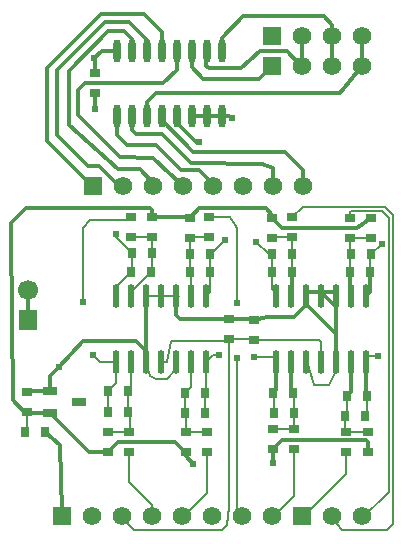
<source format=gtl>
G04 Layer: TopLayer*
G04 Panelize: , Column: 5, Row: 1, Board Size: 33mm x 44.75mm, Panelized Board Size: 173mm x 44.75mm*
G04 EasyEDA v6.5.51, 2025-08-29 13:19:12*
G04 ee4e1d7ef05e477ab0e75e15892c94f3,14c8f2514d444a3a831de9b613ea4171,10*
G04 Gerber Generator version 0.2*
G04 Scale: 100 percent, Rotated: No, Reflected: No *
G04 Dimensions in millimeters *
G04 leading zeros omitted , absolute positions ,4 integer and 5 decimal *
%FSLAX45Y45*%
%MOMM*%

%AMMACRO1*21,1,$1,$2,0,0,$3*%
%ADD10C,0.2000*%
%ADD11C,0.3000*%
%ADD12C,0.1270*%
%ADD13R,0.9000X0.7000*%
%ADD14R,0.7000X0.9000*%
%ADD15O,0.573989X2.037994*%
%ADD16O,0.602005X1.970989*%
%ADD17R,1.2500X0.7000*%
%ADD18MACRO1,1.5748X1.5748X0.0000*%
%ADD19C,0.0120*%
%ADD20C,1.5748*%
%ADD21MACRO1,1.7X1.5748X90.0000*%
%ADD22C,1.7000*%
%ADD23C,0.6200*%

%LPD*%
D10*
X1885007Y-1980003D02*
G01*
X1870014Y-1994997D01*
X1395003Y-1994997D01*
X1363068Y-2171928D01*
X1309992Y-2171928D01*
X2099995Y-1989988D02*
G01*
X2649992Y-1989988D01*
X2665003Y-2004999D01*
X2665003Y-2136917D01*
D11*
X2664990Y-1583090D02*
G01*
X2791990Y-1710090D01*
X2791990Y-2136912D01*
X2791990Y-1583090D02*
G01*
X2791990Y-2136912D01*
X2792003Y-1583098D02*
G01*
X2665003Y-1583098D01*
X2538003Y-1583098D02*
G01*
X2665003Y-1583098D01*
D10*
X2099995Y-1989988D02*
G01*
X2090003Y-1979996D01*
X1884994Y-1979996D01*
D11*
X449988Y-2214996D02*
G01*
X650001Y-1999995D01*
D10*
X1182992Y-1618089D02*
G01*
X1309992Y-1618089D01*
X1436992Y-1618089D02*
G01*
X1309992Y-1618089D01*
D11*
X175308Y-2429705D02*
G01*
X185005Y-2420007D01*
X370042Y-2420007D01*
X370042Y-2420007D02*
G01*
X370042Y-2294961D01*
X450006Y-2215001D01*
X1182992Y-1618089D02*
G01*
X1182992Y-2171915D01*
X2099995Y-1819986D02*
G01*
X2090008Y-1809998D01*
X1987041Y-1809998D01*
X1884994Y-1809998D01*
X1437482Y-1618101D02*
G01*
X1439999Y-1774997D01*
X1474998Y-1810004D01*
X1885007Y-1810004D01*
D12*
X3089981Y-1264996D02*
G01*
X3179973Y-1175004D01*
X3184982Y-1175004D01*
X2119985Y-1154988D02*
G01*
X2229993Y-1264996D01*
X2254981Y-1264996D01*
X3046003Y-2136917D02*
G01*
X3057933Y-2124986D01*
X3150008Y-2124986D01*
X2919984Y-1264996D02*
G01*
X2910001Y-1255013D01*
X2910001Y-1124991D01*
X3089986Y-1124991D02*
G01*
X3089986Y-1124991D01*
X2909999Y-1124991D01*
X3089986Y-1264996D02*
G01*
X3084984Y-1269997D01*
X3084984Y-1410004D01*
X2919984Y-1264996D02*
G01*
X2914985Y-1269994D01*
X2914985Y-1410004D01*
X2424993Y-1264996D02*
G01*
X2424993Y-1119987D01*
X2424988Y-1119987D01*
X2424993Y-1415008D02*
G01*
X2424993Y-1264996D01*
X2424988Y-1264996D01*
X2254981Y-1415008D02*
G01*
X2254981Y-1265001D01*
X2254986Y-1264996D01*
X2440000Y-2745003D02*
G01*
X2434996Y-2739999D01*
X2259992Y-2739999D01*
X2440000Y-2604998D02*
G01*
X2440000Y-2604998D01*
X2440000Y-2745003D01*
X2440000Y-2605001D02*
G01*
X2440000Y-2450007D01*
X2429992Y-2440000D01*
X2270000Y-2605001D02*
G01*
X2270000Y-2450010D01*
X2259990Y-2440000D01*
X3064992Y-2764993D02*
G01*
X3064990Y-2764990D01*
X2880009Y-2764990D01*
X2880009Y-2764990D02*
G01*
X2869996Y-2754977D01*
X2869996Y-2629992D01*
X2870001Y-2629992D02*
G01*
X2889986Y-2610007D01*
X2889986Y-2459989D01*
X3040001Y-2629992D02*
G01*
X3059988Y-2610002D01*
X3059988Y-2459989D01*
X1719986Y-1119987D02*
G01*
X1554987Y-1119987D01*
X1554987Y-1124991D01*
X1055992Y-1618089D02*
G01*
X1055992Y-1579003D01*
X1224991Y-1410004D01*
X1690992Y-1618089D02*
G01*
X1724990Y-1584091D01*
X1724990Y-1410004D01*
X1690992Y-2171928D02*
G01*
X1747918Y-2115009D01*
X1799983Y-2115009D01*
X1685008Y-2434970D02*
G01*
X1690992Y-2428974D01*
X1690992Y-2214928D01*
X1515008Y-2434963D02*
G01*
X1563992Y-2385969D01*
X1563992Y-2171915D01*
X1029947Y-2424800D02*
G01*
X1055992Y-2398750D01*
X1055992Y-2171915D01*
X859942Y-2424800D02*
G01*
X928992Y-2355745D01*
X928992Y-2171915D01*
X1515046Y-2609880D02*
G01*
X1520050Y-2614879D01*
X1520050Y-2764878D01*
X1705056Y-2764878D02*
G01*
X1520050Y-2764878D01*
X860059Y-2769877D02*
G01*
X1045047Y-2769877D01*
X1030058Y-2599877D02*
G01*
X1045047Y-2614879D01*
X1045047Y-2769877D01*
X1685051Y-2609880D02*
G01*
X1685051Y-2434877D01*
X1515046Y-2609880D02*
G01*
X1515046Y-2434877D01*
X860041Y-2599877D02*
G01*
X860059Y-2424882D01*
X1030058Y-2599877D02*
G01*
X1030058Y-2424882D01*
X1436992Y-1618101D02*
G01*
X1464990Y-1618101D01*
X1337990Y-1618101D02*
G01*
X1309992Y-1618101D01*
X1563992Y-1618101D02*
G01*
X1563992Y-1419009D01*
X1554987Y-1410004D01*
X928992Y-1618101D02*
G01*
X928992Y-1536001D01*
X1054988Y-1410004D01*
X1064996Y-1250010D02*
G01*
X929995Y-1115009D01*
X929995Y-1094996D01*
X1724992Y-1259992D02*
G01*
X1735023Y-1259992D01*
X1850009Y-1145006D01*
X1235001Y-1250007D02*
G01*
X1235001Y-1119990D01*
X1234998Y-1119987D01*
X1054988Y-1115009D02*
G01*
X1235001Y-1115009D01*
X1235001Y-1119987D01*
X1554987Y-1259992D02*
G01*
X1554987Y-1124991D01*
X1554987Y-1124991D01*
X1724992Y-1410004D02*
G01*
X1724992Y-1259994D01*
X1724990Y-1259992D01*
X1554987Y-1410004D02*
G01*
X1554987Y-1259992D01*
X1554987Y-1259992D01*
X1224991Y-1410004D02*
G01*
X1234998Y-1399997D01*
X1234998Y-1250010D01*
X1054986Y-1410004D02*
G01*
X1064996Y-1399994D01*
X1064996Y-1250010D01*
X734999Y-2115007D02*
G01*
X791921Y-2171928D01*
X928992Y-2171928D01*
X159994Y-2764993D02*
G01*
X175308Y-2749679D01*
X175308Y-2599710D01*
D11*
X1554987Y-954989D02*
G01*
X1549981Y-949982D01*
X1235001Y-949982D01*
X175308Y-2599710D02*
G01*
X185595Y-2609999D01*
X370042Y-2609999D01*
X370037Y-2609992D02*
G01*
X699871Y-2939826D01*
X860110Y-2939826D01*
X860059Y-2939882D02*
G01*
X950051Y-2849872D01*
X1430053Y-2849872D01*
X1515046Y-2934883D01*
X1520050Y-2934883D01*
X1584995Y-3034995D02*
G01*
X1519994Y-2969996D01*
X1519994Y-2935003D01*
X2259990Y-2910001D02*
G01*
X2260005Y-2910017D01*
X2260005Y-3029991D01*
X185000Y-1562999D02*
G01*
X185000Y-1816999D01*
X649986Y-1999995D02*
G01*
X1099997Y-1999995D01*
X1183131Y-2081784D01*
X1183131Y-2171700D01*
X2260091Y-2910078D02*
G01*
X2335022Y-2834894D01*
X3045206Y-2834894D01*
X3065018Y-2854960D01*
X3065018Y-2934970D01*
D10*
X2537968Y-2137155D02*
G01*
X2609994Y-2369995D01*
X2734995Y-2369995D01*
X2791968Y-2252979D01*
X2791968Y-2137155D01*
D11*
X3059993Y-2459995D02*
G01*
X3045995Y-2445997D01*
X3045995Y-2171910D01*
X2889991Y-2459995D02*
G01*
X2918995Y-2430990D01*
X2918995Y-2171910D01*
D12*
X2284003Y-2136917D02*
G01*
X2094991Y-2134994D01*
D11*
X2259998Y-2439995D02*
G01*
X2283995Y-2415997D01*
X2283995Y-2171910D01*
X2430000Y-2439995D02*
G01*
X2410995Y-2420990D01*
X2410995Y-2171910D01*
D12*
X2284003Y-1583098D02*
G01*
X2254986Y-1554081D01*
X2254986Y-1415008D01*
D11*
X2918990Y-1618089D02*
G01*
X2914980Y-1614078D01*
X2914980Y-1410004D01*
X3045990Y-1618089D02*
G01*
X3084982Y-1579097D01*
X3084982Y-1410004D01*
X2099995Y-1819986D02*
G01*
X2209995Y-1794997D01*
X2435001Y-1795779D01*
X2538003Y-1692003D01*
X2538003Y-1583098D01*
X2792003Y-2136917D02*
G01*
X2792003Y-1936998D01*
X2538003Y-1682998D01*
X2538003Y-1583098D01*
D12*
X1236085Y-3500084D02*
G01*
X1236085Y-3385919D01*
X1045022Y-3194860D01*
X1045022Y-2939709D01*
X1490085Y-3500084D02*
G01*
X1705168Y-3285007D01*
X1705168Y-2934883D01*
X2252080Y-3500084D02*
G01*
X2440000Y-3312157D01*
X2439995Y-2914997D01*
X2505963Y-3500120D02*
G01*
X2880106Y-3125978D01*
X2880106Y-2934970D01*
X1998080Y-3500084D02*
G01*
X1954870Y-3500084D01*
X1954870Y-2141712D01*
X981963Y-3499865D02*
G01*
X1082039Y-3599942D01*
X1824989Y-3599942D01*
X1869947Y-3554984D01*
X1884934Y-3399789D01*
X1884934Y-1980184D01*
D11*
X329920Y-2765044D02*
G01*
X459999Y-2879994D01*
X473989Y-3433983D01*
X473989Y-3479987D01*
D12*
X2424993Y-1119987D02*
G01*
X2259990Y-1119987D01*
X2254986Y-1124991D01*
D11*
X2255011Y-955039D02*
G01*
X2340102Y-1039876D01*
X2970022Y-1039876D01*
X3089909Y-955039D01*
X175260Y-2599689D02*
G01*
X154686Y-2599689D01*
X55118Y-2500121D01*
X44957Y-1094994D01*
X44957Y-994918D01*
X169926Y-869950D01*
X1214881Y-869950D01*
X1234947Y-890015D01*
X1234947Y-949960D01*
D12*
X2910077Y-955039D02*
G01*
X2910077Y-905002D01*
X2919984Y-895095D01*
X3180079Y-895095D01*
X3245104Y-960120D01*
X3240024Y-3274060D01*
X3013963Y-3500120D01*
D11*
X1824502Y-88552D02*
G01*
X1697502Y-88552D01*
X1570502Y-88552D02*
G01*
X1697502Y-88552D01*
X1910003Y-109989D02*
G01*
X1888561Y-88552D01*
X1824502Y-88552D01*
X745002Y395003D02*
G01*
X755004Y385008D01*
X755004Y275003D01*
X754974Y-34917D02*
G01*
X755004Y105006D01*
X935502Y458563D02*
G01*
X808558Y458563D01*
X745002Y395003D01*
X1443502Y-88447D02*
G01*
X1443502Y-148394D01*
X1610118Y-315010D01*
X1629994Y-315010D01*
X1254998Y-454990D02*
G01*
X1496006Y-684992D01*
X1443484Y458665D02*
G01*
X1443484Y298394D01*
X1329946Y185105D01*
X664969Y185105D01*
X610107Y129989D01*
X610107Y-84891D01*
X964945Y-439983D01*
X1244996Y-444995D01*
X734006Y-684992D02*
G01*
X729995Y-684992D01*
X344995Y-299994D01*
X350037Y314901D01*
X805141Y770001D01*
X1164927Y770001D01*
X1320055Y614878D01*
X1316502Y611573D01*
X1316502Y458665D01*
X1750006Y-684992D02*
G01*
X1750006Y-665007D01*
X1634995Y-549993D01*
X1484906Y-549993D01*
X1270000Y-335084D01*
X1020061Y-335084D01*
X935484Y-250502D01*
X935484Y-88445D01*
X1316502Y-88552D02*
G01*
X1316502Y-126489D01*
X1585000Y-394995D01*
X2359992Y-394995D01*
X2512006Y-547011D01*
X2512006Y-684992D01*
X988006Y-684992D02*
G01*
X954999Y-684992D01*
X784999Y-514995D01*
X695002Y-514995D01*
X435005Y-254998D01*
X435005Y300007D01*
X834999Y700008D01*
X1039992Y700008D01*
X1189502Y550504D01*
X1189502Y458563D01*
X1242006Y-684992D02*
G01*
X1242006Y-657006D01*
X1129995Y-544995D01*
X949995Y-544995D01*
X530001Y-169992D01*
X530001Y290004D01*
X864994Y625005D01*
X1000000Y625005D01*
X1062502Y562503D01*
X1062502Y458563D01*
X1554987Y-955039D02*
G01*
X1634997Y-875029D01*
X2199893Y-875029D01*
X2255011Y-929894D01*
X2255011Y-955039D01*
D12*
X1719986Y-949985D02*
G01*
X1899996Y-949998D01*
X1954997Y-1039997D01*
X1954870Y-1676039D01*
X1054988Y-945006D02*
G01*
X1029972Y-970023D01*
X707138Y-970023D01*
X654999Y-1039997D01*
X655065Y-1664970D01*
D10*
X1182878Y-2171954D02*
G01*
X1219997Y-2289995D01*
X1270000Y-2314955D01*
X1359915Y-2314955D01*
X1436878Y-2237994D01*
X1436878Y-2171954D01*
D11*
X2258059Y-685037D02*
G01*
X2258059Y-532892D01*
X2169995Y-495000D01*
X1564894Y-489965D01*
X1320037Y-245110D01*
X1100073Y-245110D01*
X1062481Y-207518D01*
X1062481Y-88645D01*
X2761995Y584962D02*
G01*
X2759963Y679957D01*
X2690113Y750062D01*
X2009902Y750062D01*
X1824481Y564387D01*
X1824481Y458723D01*
D12*
X2759963Y-3500120D02*
G01*
X2845054Y-3599942D01*
X3225038Y-3599942D01*
X3275075Y-3550920D01*
X3275075Y-929894D01*
X3204972Y-860044D01*
X2514854Y-860044D01*
X2424938Y-949960D01*
D11*
X2410990Y-1618089D02*
G01*
X2424988Y-1604091D01*
X2424988Y-1415008D01*
X1570481Y458663D02*
G01*
X1570481Y324512D01*
X1669996Y224998D01*
X2140882Y224998D01*
X2253995Y329996D01*
X1189481Y-88645D02*
G01*
X1189481Y24384D01*
X1270000Y104902D01*
X2824988Y104902D01*
X3015995Y329996D01*
X2761995Y584987D02*
G01*
X2761995Y329996D01*
X3015995Y329996D02*
G01*
X3015995Y584987D01*
X2507995Y329996D02*
G01*
X2507995Y584987D01*
X2507995Y329945D02*
G01*
X2500122Y329945D01*
X2374900Y454913D01*
X2146808Y454913D01*
X1990090Y309879D01*
X1720087Y309879D01*
X1694942Y335026D01*
X1697481Y458723D01*
D13*
G01*
X2099995Y-1989988D03*
G01*
X2099995Y-1819986D03*
G01*
X1885035Y-1980107D03*
G01*
X1885035Y-1810105D03*
D14*
G01*
X2424988Y-1264996D03*
G01*
X2254986Y-1264996D03*
G01*
X1234998Y-1249984D03*
G01*
X1064996Y-1249984D03*
G01*
X2440000Y-2604998D03*
G01*
X2269997Y-2604998D03*
G01*
X1029970Y-2599689D03*
G01*
X859967Y-2599689D03*
G01*
X1554987Y-1259992D03*
G01*
X1724990Y-1259992D03*
G01*
X2869996Y-2629992D03*
G01*
X3039999Y-2629992D03*
G01*
X1515033Y-2609850D03*
G01*
X1685036Y-2609850D03*
D13*
G01*
X754989Y104927D03*
G01*
X754989Y274929D03*
G01*
X175361Y-2429611D03*
G01*
X175361Y-2599588D03*
D14*
G01*
X2254986Y-1415008D03*
G01*
X2424988Y-1415008D03*
G01*
X1054988Y-1410004D03*
G01*
X1224991Y-1410004D03*
G01*
X2259990Y-2440000D03*
G01*
X2429992Y-2440000D03*
G01*
X859942Y-2424684D03*
G01*
X1029944Y-2424684D03*
D13*
G01*
X2254986Y-1124991D03*
G01*
X2254986Y-954989D03*
G01*
X2424988Y-1120012D03*
G01*
X2424988Y-950010D03*
G01*
X1234998Y-1120012D03*
G01*
X1234998Y-950010D03*
G01*
X1054988Y-1115009D03*
G01*
X1054988Y-945006D03*
G01*
X2440000Y-2745003D03*
G01*
X2440000Y-2915005D03*
G01*
X2259990Y-2739999D03*
G01*
X2259990Y-2910001D03*
G01*
X1045032Y-2769717D03*
G01*
X1045032Y-2939719D03*
G01*
X860120Y-2769717D03*
G01*
X860120Y-2939719D03*
D14*
G01*
X3085007Y-1410004D03*
G01*
X2915005Y-1410004D03*
G01*
X1724990Y-1410004D03*
G01*
X1554987Y-1410004D03*
G01*
X3059988Y-2459989D03*
G01*
X2889986Y-2459989D03*
G01*
X1685010Y-2434844D03*
G01*
X1515008Y-2434844D03*
D13*
G01*
X3089986Y-1124991D03*
G01*
X3089986Y-954989D03*
G01*
X2910001Y-1124991D03*
G01*
X2910001Y-954989D03*
G01*
X1554987Y-1124991D03*
G01*
X1554987Y-954989D03*
G01*
X1719986Y-1120012D03*
G01*
X1719986Y-950010D03*
G01*
X2880004Y-2764993D03*
G01*
X2880004Y-2934995D03*
G01*
X3064992Y-2764993D03*
G01*
X3064992Y-2934995D03*
G01*
X1705178Y-2764891D03*
G01*
X1705178Y-2934893D03*
G01*
X1520012Y-2764891D03*
G01*
X1520012Y-2934893D03*
D14*
G01*
X329920Y-2765044D03*
G01*
X159918Y-2765044D03*
D15*
G01*
X2283993Y-2171903D03*
G01*
X2410993Y-2171903D03*
G01*
X2537993Y-2171903D03*
G01*
X2664993Y-2171903D03*
G01*
X2791993Y-2171903D03*
G01*
X2918993Y-2171903D03*
G01*
X3045993Y-2171903D03*
G01*
X2283993Y-1618081D03*
G01*
X2410993Y-1618081D03*
G01*
X2537993Y-1618081D03*
G01*
X2664993Y-1618081D03*
G01*
X2791993Y-1618081D03*
G01*
X2918993Y-1618081D03*
G01*
X3045993Y-1618081D03*
G01*
X928878Y-2172004D03*
G01*
X1055878Y-2172004D03*
G01*
X1182878Y-2172004D03*
G01*
X1309878Y-2172004D03*
G01*
X1436878Y-2172004D03*
G01*
X1563878Y-2172004D03*
G01*
X1690878Y-2172004D03*
G01*
X928878Y-1618183D03*
G01*
X1055878Y-1618183D03*
G01*
X1182878Y-1618183D03*
G01*
X1309878Y-1618183D03*
G01*
X1436878Y-1618183D03*
G01*
X1563878Y-1618183D03*
G01*
X1690878Y-1618183D03*
D16*
G01*
X935481Y-88442D03*
G01*
X1062481Y-88442D03*
G01*
X1189481Y-88442D03*
G01*
X1316481Y-88442D03*
G01*
X1443481Y-88442D03*
G01*
X1570481Y-88442D03*
G01*
X1697481Y-88442D03*
G01*
X1824481Y-88442D03*
G01*
X935481Y458673D03*
G01*
X1062481Y458673D03*
G01*
X1189481Y458673D03*
G01*
X1316481Y458673D03*
G01*
X1443481Y458673D03*
G01*
X1570481Y458673D03*
G01*
X1697481Y458673D03*
G01*
X1824481Y458673D03*
D17*
G01*
X370078Y-2420112D03*
G01*
X370078Y-2610104D03*
G01*
X620013Y-2515107D03*
D14*
G01*
X2919984Y-1264996D03*
G01*
X3089986Y-1264996D03*
D18*
G01*
X2253996Y329996D03*
D20*
G01*
X2507995Y329996D03*
G01*
X2761995Y329996D03*
G01*
X3015995Y329996D03*
D18*
G01*
X2253996Y585000D03*
D20*
G01*
X2507995Y584987D03*
G01*
X2761995Y584987D03*
G01*
X3015995Y584987D03*
D18*
G01*
X734060Y-685098D03*
D20*
G01*
X988060Y-685088D03*
G01*
X1242060Y-685088D03*
G01*
X1496060Y-685088D03*
G01*
X1750060Y-685088D03*
G01*
X2004059Y-685088D03*
G01*
X2258059Y-685088D03*
G01*
X2512059Y-685088D03*
G01*
X3013963Y-3479774D03*
G01*
X2759963Y-3479774D03*
D18*
G01*
X2505964Y-3479784D03*
D21*
G01*
X184911Y-1817114D03*
D22*
G01*
X184912Y-1563115D03*
D18*
G01*
X473997Y-3479995D03*
D20*
G01*
X727989Y-3479977D03*
G01*
X981989Y-3479977D03*
G01*
X1235989Y-3479977D03*
G01*
X1489989Y-3479977D03*
G01*
X1743989Y-3479977D03*
G01*
X1997989Y-3479977D03*
G01*
X2251989Y-3479977D03*
D23*
G01*
X654989Y-1664995D03*
G01*
X449986Y-2215006D03*
G01*
X1850009Y-1145006D03*
G01*
X929995Y-1094994D03*
G01*
X734999Y-2115007D03*
G01*
X1799996Y-2115007D03*
G01*
X2259990Y-3029991D03*
G01*
X1584985Y-3034995D03*
G01*
X1954860Y-2141702D03*
G01*
X1954860Y-1676044D03*
G01*
X2094991Y-2134996D03*
G01*
X2119985Y-1154988D03*
G01*
X3149981Y-2124989D03*
G01*
X3184982Y-1175004D03*
G01*
X1910003Y-110007D03*
G01*
X1629994Y-315010D03*
G01*
X745007Y394995D03*
G01*
X754964Y-34925D03*
M02*

</source>
